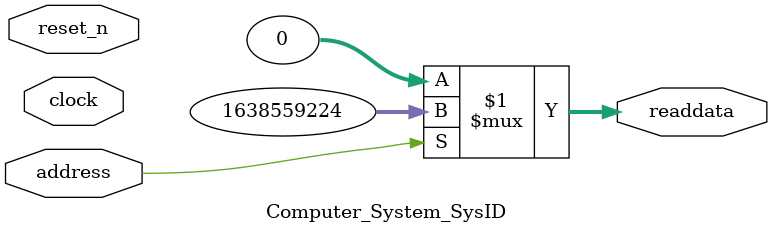
<source format=v>



// synthesis translate_off
`timescale 1ns / 1ps
// synthesis translate_on

// turn off superfluous verilog processor warnings 
// altera message_level Level1 
// altera message_off 10034 10035 10036 10037 10230 10240 10030 

module Computer_System_SysID (
               // inputs:
                address,
                clock,
                reset_n,

               // outputs:
                readdata
             )
;

  output  [ 31: 0] readdata;
  input            address;
  input            clock;
  input            reset_n;

  wire    [ 31: 0] readdata;
  //control_slave, which is an e_avalon_slave
  assign readdata = address ? 1638559224 : 0;

endmodule



</source>
